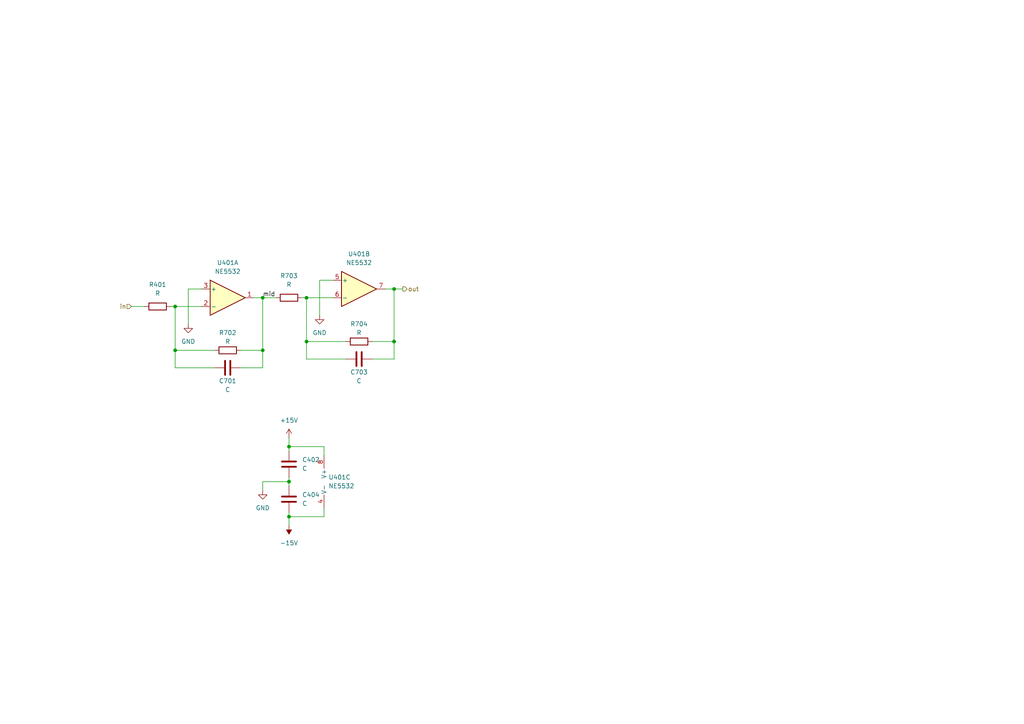
<source format=kicad_sch>
(kicad_sch (version 20231120) (generator "eeschema") (generator_version "7.99")
  (paper "A4")
  (lib_symbols
    (symbol "Amplifier_Operational:NE5532" (pin_names (offset 0.127))
      (property "Reference" "U" (at 0 5.08 0))
      (property "Value" "NE5532" (at 0 -5.08 0))
      (symbol "NE5532_1_1"
        (polyline (pts (xy -5.08 5.08) (xy 5.08 0) (xy -5.08 -5.08) (xy -5.08 5.08)) (stroke (width 0.254)) (fill (type background)))
        (pin output line (at 7.62 0 180) (length 2.54) (name "~") (number "1"))
        (pin input line (at -7.62 -2.54 0) (length 2.54) (name "-") (number "2"))
        (pin input line (at -7.62 2.54 0) (length 2.54) (name "+") (number "3"))
      )
      (symbol "NE5532_2_1"
        (polyline (pts (xy -5.08 5.08) (xy 5.08 0) (xy -5.08 -5.08) (xy -5.08 5.08)) (stroke (width 0.254)) (fill (type background)))
        (pin input line (at -7.62 2.54 0) (length 2.54) (name "+") (number "5"))
        (pin input line (at -7.62 -2.54 0) (length 2.54) (name "-") (number "6"))
        (pin output line (at 7.62 0 180) (length 2.54) (name "~") (number "7"))
      )
      (symbol "NE5532_3_1"
        (pin power_in line (at -2.54 -7.62 90) (length 3.81) (name "V-") (number "4"))
        (pin power_in line (at -2.54 7.62 270) (length 3.81) (name "V+") (number "8"))
      )
    )
    (symbol "Device:C" (pin_numbers hide) (pin_names (offset 0.254))
      (property "Reference" "C" (at 0.635 2.54 0))
      (property "Value" "C" (at 0.635 -2.54 0))
      (symbol "C_0_1"
        (polyline (pts (xy -2.032 -0.762) (xy 2.032 -0.762)) (stroke (width 0.508)))
        (polyline (pts (xy -2.032 0.762) (xy 2.032 0.762)) (stroke (width 0.508)))
      )
      (symbol "C_1_1"
        (pin passive line (at 0 3.81 270) (length 2.794) (name "~") (number "1"))
        (pin passive line (at 0 -3.81 90) (length 2.794) (name "~") (number "2"))
      )
    )
    (symbol "Device:R" (pin_numbers hide) (pin_names (offset 0))
      (property "Reference" "R" (at 2.032 0 90))
      (property "Value" "R" (at 0 0 90))
      (symbol "R_0_1"
        (rectangle (start -1.016 -2.54) (end 1.016 2.54) (stroke (width 0.254)))
      )
      (symbol "R_1_1"
        (pin passive line (at 0 3.81 270) (length 1.27) (name "~") (number "1"))
        (pin passive line (at 0 -3.81 90) (length 1.27) (name "~") (number "2"))
      )
    )
    (symbol "power:+15V" (power) (pin_names (offset 0))
      (property "Value" "+15V" (at 0 3.556 0))
      (symbol "+15V_0_1"
        (polyline (pts (xy -0.762 1.27) (xy 0 2.54)))
        (polyline (pts (xy 0 0) (xy 0 2.54)))
        (polyline (pts (xy 0 2.54) (xy 0.762 1.27)))
      )
      (symbol "+15V_1_1"
        (pin power_in line (at 0 0 90) (length 0) hide (name "+15V") (number "1"))
      )
    )
    (symbol "power:-15V" (power) (pin_names (offset 0))
      (property "Value" "-15V" (at 0 3.81 0))
      (symbol "-15V_0_0"
        (pin power_in line (at 0 0 90) (length 0) hide (name "-15V") (number "1"))
      )
      (symbol "-15V_0_1"
        (polyline (pts (xy 0 0) (xy 0 1.27) (xy 0.762 1.27) (xy 0 2.54) (xy -0.762 1.27) (xy 0 1.27)) (fill (type outline)))
      )
    )
    (symbol "power:GND" (power) (pin_names (offset 0))
      (property "Value" "GND" (at 0 -3.81 0))
      (symbol "GND_0_1"
        (polyline (pts (xy 0 0) (xy 0 -1.27) (xy 1.27 -1.27) (xy 0 -2.54) (xy -1.27 -1.27) (xy 0 -1.27)))
      )
      (symbol "GND_1_1"
        (pin power_in line (at 0 0 270) (length 0) hide (name "GND") (number "1"))
      )
    )
  )
  (junction (at 83.82 139.7))
  (junction (at 83.82 129.54))
  (junction (at 76.2 86.36))
  (junction (at 83.82 149.86))
  (junction (at 50.8 101.6))
  (junction (at 88.9 86.36))
  (junction (at 88.9 99.06))
  (junction (at 50.8 88.9))
  (junction (at 114.3 83.82))
  (junction (at 76.2 101.6))
  (junction (at 114.3 99.06))
  (wire (pts (xy 76.2 106.68) (xy 76.2 101.6)))
  (wire (pts (xy 76.2 139.7) (xy 76.2 142.24)))
  (wire (pts (xy 38.1 88.9) (xy 41.91 88.9)))
  (wire (pts (xy 100.33 99.06) (xy 88.9 99.06)))
  (wire (pts (xy 114.3 83.82) (xy 116.84 83.82)))
  (wire (pts (xy 88.9 99.06) (xy 88.9 86.36)))
  (wire (pts (xy 87.63 86.36) (xy 88.9 86.36)))
  (wire (pts (xy 83.82 139.7) (xy 76.2 139.7)))
  (wire (pts (xy 69.85 101.6) (xy 76.2 101.6)))
  (wire (pts (xy 49.53 88.9) (xy 50.8 88.9)))
  (wire (pts (xy 88.9 86.36) (xy 96.52 86.36)))
  (wire (pts (xy 100.33 104.14) (xy 88.9 104.14)))
  (wire (pts (xy 50.8 101.6) (xy 50.8 88.9)))
  (wire (pts (xy 54.61 83.82) (xy 58.42 83.82)))
  (wire (pts (xy 93.98 129.54) (xy 83.82 129.54)))
  (wire (pts (xy 83.82 138.43) (xy 83.82 139.7)))
  (wire (pts (xy 62.23 101.6) (xy 50.8 101.6)))
  (wire (pts (xy 107.95 104.14) (xy 114.3 104.14)))
  (wire (pts (xy 50.8 106.68) (xy 50.8 101.6)))
  (wire (pts (xy 92.71 81.28) (xy 96.52 81.28)))
  (wire (pts (xy 83.82 149.86) (xy 93.98 149.86)))
  (wire (pts (xy 83.82 127) (xy 83.82 129.54)))
  (wire (pts (xy 50.8 88.9) (xy 58.42 88.9)))
  (wire (pts (xy 114.3 83.82) (xy 111.76 83.82)))
  (wire (pts (xy 83.82 129.54) (xy 83.82 130.81)))
  (wire (pts (xy 92.71 91.44) (xy 92.71 81.28)))
  (wire (pts (xy 76.2 86.36) (xy 80.01 86.36)))
  (wire (pts (xy 107.95 99.06) (xy 114.3 99.06)))
  (wire (pts (xy 62.23 106.68) (xy 50.8 106.68)))
  (wire (pts (xy 93.98 132.08) (xy 93.98 129.54)))
  (wire (pts (xy 83.82 149.86) (xy 83.82 152.4)))
  (wire (pts (xy 76.2 86.36) (xy 73.66 86.36)))
  (wire (pts (xy 114.3 99.06) (xy 114.3 83.82)))
  (wire (pts (xy 93.98 149.86) (xy 93.98 147.32)))
  (wire (pts (xy 54.61 93.98) (xy 54.61 83.82)))
  (wire (pts (xy 114.3 104.14) (xy 114.3 99.06)))
  (wire (pts (xy 83.82 148.59) (xy 83.82 149.86)))
  (wire (pts (xy 76.2 101.6) (xy 76.2 86.36)))
  (wire (pts (xy 83.82 139.7) (xy 83.82 140.97)))
  (wire (pts (xy 88.9 104.14) (xy 88.9 99.06)))
  (wire (pts (xy 69.85 106.68) (xy 76.2 106.68)))
  (label "mid" (at 76.2 86.36 0))
  (hierarchical_label "in" (shape input) (at 38.1 88.9 180))
  (hierarchical_label "out" (shape output) (at 116.84 83.82 0))
  (symbol (lib_id "power:GND") (at 76.2 142.24 0) (unit 1)
    (property "Reference" "#PWR0405" (effects (hide yes)))
    (property "Value" "GND" (at 76.2 147.32 0))
    (property "Description" "Power symbol creates a global label with name \"GND\" , ground" (effects (hide yes)))
    (instances (project "replicate_layout_test_project" (path "" (reference "#PWR0405") (unit 1)) (path "" (reference "#PWR0705") (unit 1)) (path "" (reference "#PWR0805") (unit 1)) (path "" (reference "#PWR0905") (unit 1)) (path "" (reference "#PWR01005") (unit 1)) (path "" (reference "#PWR01105") (unit 1)) (path "" (reference "#PWR01205") (unit 1)) (path "" (reference "#PWR01305") (unit 1)) (path "" (reference "#PWR01405") (unit 1)) (path "" (reference "#PWR01502") (unit 1))))
  )
  (symbol (lib_id "Device:C") (at 83.82 134.62 0) (unit 1)
    (property "Reference" "C402" (at 87.63 133.3499 0) (effects (justify left)))
    (property "Value" "C" (at 87.63 135.8899 0) (effects (justify left)))
    (property "Footprint" "Capacitor_SMD:C_1206_3216Metric" (effects (hide yes)))
    (property "Description" "Unpolarized capacitor" (effects (hide yes)))
    (instances (project "replicate_layout_test_project" (path "" (reference "C402") (unit 1)) (path "" (reference "C1002") (unit 1)) (path "" (reference "C1102") (unit 1)) (path "" (reference "C1402") (unit 1)) (path "" (reference "C702") (unit 1)) (path "" (reference "C802") (unit 1)) (path "" (reference "C902") (unit 1)) (path "" (reference "C1202") (unit 1)) (path "" (reference "C1302") (unit 1)) (path "" (reference "C1502") (unit 1))))
  )
  (symbol (lib_id "power:-15V") (at 83.82 152.4 180) (unit 1)
    (property "Reference" "#PWR0403" (effects (hide yes)))
    (property "Value" "-15V" (at 83.82 157.48 0))
    (property "Description" "Power symbol creates a global label with name \"-15V\"" (effects (hide yes)))
    (instances (project "replicate_layout_test_project" (path "" (reference "#PWR0403") (unit 1)) (path "" (reference "#PWR0703") (unit 1)) (path "" (reference "#PWR0803") (unit 1)) (path "" (reference "#PWR0903") (unit 1)) (path "" (reference "#PWR01003") (unit 1)) (path "" (reference "#PWR01103") (unit 1)) (path "" (reference "#PWR01203") (unit 1)) (path "" (reference "#PWR01303") (unit 1)) (path "" (reference "#PWR01403") (unit 1)) (path "" (reference "#PWR01504") (unit 1))))
  )
  (symbol (lib_id "power:GND") (at 54.61 93.98 0) (unit 1)
    (property "Reference" "#PWR0401" (effects (hide yes)))
    (property "Value" "GND" (at 54.61 99.06 0))
    (property "Description" "Power symbol creates a global label with name \"GND\" , ground" (effects (hide yes)))
    (instances (project "replicate_layout_test_project" (path "" (reference "#PWR0401") (unit 1)) (path "" (reference "#PWR0701") (unit 1)) (path "" (reference "#PWR0801") (unit 1)) (path "" (reference "#PWR0901") (unit 1)) (path "" (reference "#PWR01001") (unit 1)) (path "" (reference "#PWR01101") (unit 1)) (path "" (reference "#PWR01201") (unit 1)) (path "" (reference "#PWR01301") (unit 1)) (path "" (reference "#PWR01401") (unit 1)) (path "" (reference "#PWR01501") (unit 1))))
  )
  (symbol (lib_id "Amplifier_Operational:NE5532") (at 104.14 83.82 0) (unit 2)
    (property "Reference" "U401" (at 104.14 73.66 0))
    (property "Value" "NE5532" (at 104.14 76.2 0))
    (property "Footprint" "Package_SO:SOIC-8_5.23x5.23mm_P1.27mm" (effects (hide yes)))
    (property "Datasheet" "http://www.ti.com/lit/ds/symlink/ne5532.pdf" (effects (hide yes)))
    (property "Description" "Dual Low-Noise Operational Amplifiers, DIP-8/SOIC-8" (effects (hide yes)))
    (instances (project "replicate_layout_test_project" (path "" (reference "U401") (unit 2)) (path "" (reference "U1001") (unit 2)) (path "" (reference "U1101") (unit 2)) (path "" (reference "U1401") (unit 2)) (path "" (reference "U701") (unit 2)) (path "" (reference "U801") (unit 2)) (path "" (reference "U901") (unit 2)) (path "" (reference "U1201") (unit 2)) (path "" (reference "U1301") (unit 2)) (path "" (reference "U1501") (unit 2))))
  )
  (symbol (lib_id "Device:R") (at 104.14 99.06 90) (unit 1)
    (property "Reference" "R704" (at 104.14 93.98 90))
    (property "Value" "R" (at 104.14 96.52 90))
    (property "Footprint" "Resistor_SMD:R_1206_3216Metric" (effects (hide yes)))
    (property "Description" "Resistor" (effects (hide yes)))
    (instances (project "replicate_layout_test_project" (path "" (reference "R704") (unit 1)) (path "" (reference "R404") (unit 1)) (path "" (reference "R1004") (unit 1)) (path "" (reference "R1104") (unit 1)) (path "" (reference "R1404") (unit 1)) (path "" (reference "R804") (unit 1)) (path "" (reference "R904") (unit 1)) (path "" (reference "R1204") (unit 1)) (path "" (reference "R1304") (unit 1)) (path "" (reference "R1504") (unit 1))))
  )
  (symbol (lib_id "Amplifier_Operational:NE5532") (at 96.52 139.7 0) (unit 3)
    (property "Reference" "U401" (at 95.25 138.4299 0) (effects (justify left)))
    (property "Value" "NE5532" (at 95.25 140.9699 0) (effects (justify left)))
    (property "Footprint" "Package_SO:SOIC-8_5.23x5.23mm_P1.27mm" (effects (hide yes)))
    (property "Datasheet" "http://www.ti.com/lit/ds/symlink/ne5532.pdf" (effects (hide yes)))
    (property "Description" "Dual Low-Noise Operational Amplifiers, DIP-8/SOIC-8" (effects (hide yes)))
    (instances (project "replicate_layout_test_project" (path "" (reference "U401") (unit 3)) (path "" (reference "U1001") (unit 3)) (path "" (reference "U1101") (unit 3)) (path "" (reference "U1401") (unit 3)) (path "" (reference "U701") (unit 3)) (path "" (reference "U801") (unit 3)) (path "" (reference "U901") (unit 3)) (path "" (reference "U1201") (unit 3)) (path "" (reference "U1301") (unit 3)) (path "" (reference "U1501") (unit 3))))
  )
  (symbol (lib_id "Device:R") (at 66.04 101.6 90) (unit 1)
    (property "Reference" "R702" (at 66.04 96.52 90))
    (property "Value" "R" (at 66.04 99.06 90))
    (property "Footprint" "Resistor_SMD:R_1206_3216Metric" (effects (hide yes)))
    (property "Description" "Resistor" (effects (hide yes)))
    (instances (project "replicate_layout_test_project" (path "" (reference "R702") (unit 1)) (path "" (reference "R402") (unit 1)) (path "" (reference "R1002") (unit 1)) (path "" (reference "R1102") (unit 1)) (path "" (reference "R1402") (unit 1)) (path "" (reference "R802") (unit 1)) (path "" (reference "R902") (unit 1)) (path "" (reference "R1202") (unit 1)) (path "" (reference "R1302") (unit 1)) (path "" (reference "R1502") (unit 1))))
  )
  (symbol (lib_id "Device:C") (at 83.82 144.78 0) (unit 1)
    (property "Reference" "C404" (at 87.63 143.5099 0) (effects (justify left)))
    (property "Value" "C" (at 87.63 146.0499 0) (effects (justify left)))
    (property "Footprint" "Capacitor_SMD:C_1206_3216Metric" (effects (hide yes)))
    (property "Description" "Unpolarized capacitor" (effects (hide yes)))
    (instances (project "replicate_layout_test_project" (path "" (reference "C404") (unit 1)) (path "" (reference "C704") (unit 1)) (path "" (reference "C804") (unit 1)) (path "" (reference "C904") (unit 1)) (path "" (reference "C1004") (unit 1)) (path "" (reference "C1104") (unit 1)) (path "" (reference "C1204") (unit 1)) (path "" (reference "C1304") (unit 1)) (path "" (reference "C1404") (unit 1)) (path "" (reference "C1503") (unit 1))))
  )
  (symbol (lib_id "Device:C") (at 104.14 104.14 270) (unit 1)
    (property "Reference" "C703" (at 104.14 107.95 90))
    (property "Value" "C" (at 104.14 110.49 90))
    (property "Footprint" "Capacitor_SMD:C_1206_3216Metric" (effects (hide yes)))
    (property "Description" "Unpolarized capacitor" (effects (hide yes)))
    (instances (project "replicate_layout_test_project" (path "" (reference "C703") (unit 1)) (path "" (reference "C403") (unit 1)) (path "" (reference "C1003") (unit 1)) (path "" (reference "C1103") (unit 1)) (path "" (reference "C1403") (unit 1)) (path "" (reference "C803") (unit 1)) (path "" (reference "C903") (unit 1)) (path "" (reference "C1203") (unit 1)) (path "" (reference "C1303") (unit 1)) (path "" (reference "C1504") (unit 1))))
  )
  (symbol (lib_id "Device:R") (at 83.82 86.36 90) (unit 1)
    (property "Reference" "R703" (at 83.82 80.01 90))
    (property "Value" "R" (at 83.82 82.55 90))
    (property "Footprint" "Resistor_SMD:R_1206_3216Metric" (effects (hide yes)))
    (property "Description" "Resistor" (effects (hide yes)))
    (instances (project "replicate_layout_test_project" (path "" (reference "R703") (unit 1)) (path "" (reference "R403") (unit 1)) (path "" (reference "R1003") (unit 1)) (path "" (reference "R1103") (unit 1)) (path "" (reference "R1403") (unit 1)) (path "" (reference "R803") (unit 1)) (path "" (reference "R903") (unit 1)) (path "" (reference "R1203") (unit 1)) (path "" (reference "R1303") (unit 1)) (path "" (reference "R1503") (unit 1))))
  )
  (symbol (lib_id "Device:R") (at 45.72 88.9 90) (unit 1)
    (property "Reference" "R401" (at 45.72 82.55 90))
    (property "Value" "R" (at 45.72 85.09 90))
    (property "Footprint" "Resistor_SMD:R_1206_3216Metric" (effects (hide yes)))
    (property "Description" "Resistor" (effects (hide yes)))
    (instances (project "replicate_layout_test_project" (path "" (reference "R401") (unit 1)) (path "" (reference "R1001") (unit 1)) (path "" (reference "R1101") (unit 1)) (path "" (reference "R1401") (unit 1)) (path "" (reference "R701") (unit 1)) (path "" (reference "R801") (unit 1)) (path "" (reference "R901") (unit 1)) (path "" (reference "R1201") (unit 1)) (path "" (reference "R1301") (unit 1)) (path "" (reference "R1501") (unit 1))))
  )
  (symbol (lib_id "power:+15V") (at 83.82 127 0) (unit 1)
    (property "Reference" "#PWR0402" (effects (hide yes)))
    (property "Value" "+15V" (at 83.82 121.92 0))
    (property "Description" "Power symbol creates a global label with name \"+15V\"" (effects (hide yes)))
    (instances (project "replicate_layout_test_project" (path "" (reference "#PWR0402") (unit 1)) (path "" (reference "#PWR0702") (unit 1)) (path "" (reference "#PWR0802") (unit 1)) (path "" (reference "#PWR0902") (unit 1)) (path "" (reference "#PWR01002") (unit 1)) (path "" (reference "#PWR01102") (unit 1)) (path "" (reference "#PWR01202") (unit 1)) (path "" (reference "#PWR01302") (unit 1)) (path "" (reference "#PWR01402") (unit 1)) (path "" (reference "#PWR01503") (unit 1))))
  )
  (symbol (lib_id "power:GND") (at 92.71 91.44 0) (unit 1)
    (property "Reference" "#PWR0704" (effects (hide yes)))
    (property "Value" "GND" (at 92.71 96.52 0))
    (property "Description" "Power symbol creates a global label with name \"GND\" , ground" (effects (hide yes)))
    (instances (project "replicate_layout_test_project" (path "" (reference "#PWR0704") (unit 1)) (path "" (reference "#PWR0404") (unit 1)) (path "" (reference "#PWR0804") (unit 1)) (path "" (reference "#PWR0904") (unit 1)) (path "" (reference "#PWR01004") (unit 1)) (path "" (reference "#PWR01104") (unit 1)) (path "" (reference "#PWR01204") (unit 1)) (path "" (reference "#PWR01304") (unit 1)) (path "" (reference "#PWR01404") (unit 1)) (path "" (reference "#PWR01505") (unit 1))))
  )
  (symbol (lib_id "Device:C") (at 66.04 106.68 270) (unit 1)
    (property "Reference" "C701" (at 66.04 110.49 90))
    (property "Value" "C" (at 66.04 113.03 90))
    (property "Footprint" "Capacitor_SMD:C_1206_3216Metric" (effects (hide yes)))
    (property "Description" "Unpolarized capacitor" (effects (hide yes)))
    (instances (project "replicate_layout_test_project" (path "" (reference "C701") (unit 1)) (path "" (reference "C401") (unit 1)) (path "" (reference "C1001") (unit 1)) (path "" (reference "C1101") (unit 1)) (path "" (reference "C1401") (unit 1)) (path "" (reference "C801") (unit 1)) (path "" (reference "C901") (unit 1)) (path "" (reference "C1201") (unit 1)) (path "" (reference "C1301") (unit 1)) (path "" (reference "C1501") (unit 1))))
  )
  (symbol (lib_id "Amplifier_Operational:NE5532") (at 66.04 86.36 0) (unit 1)
    (property "Reference" "U401" (at 66.04 76.2 0))
    (property "Value" "NE5532" (at 66.04 78.74 0))
    (property "Footprint" "Package_SO:SOIC-8_5.23x5.23mm_P1.27mm" (effects (hide yes)))
    (property "Datasheet" "http://www.ti.com/lit/ds/symlink/ne5532.pdf" (effects (hide yes)))
    (property "Description" "Dual Low-Noise Operational Amplifiers, DIP-8/SOIC-8" (effects (hide yes)))
    (instances (project "replicate_layout_test_project" (path "" (reference "U401") (unit 1)) (path "" (reference "U1001") (unit 1)) (path "" (reference "U1101") (unit 1)) (path "" (reference "U1401") (unit 1)) (path "" (reference "U701") (unit 1)) (path "" (reference "U801") (unit 1)) (path "" (reference "U901") (unit 1)) (path "" (reference "U1201") (unit 1)) (path "" (reference "U1301") (unit 1)) (path "" (reference "U1501") (unit 1))))
  )
)
</source>
